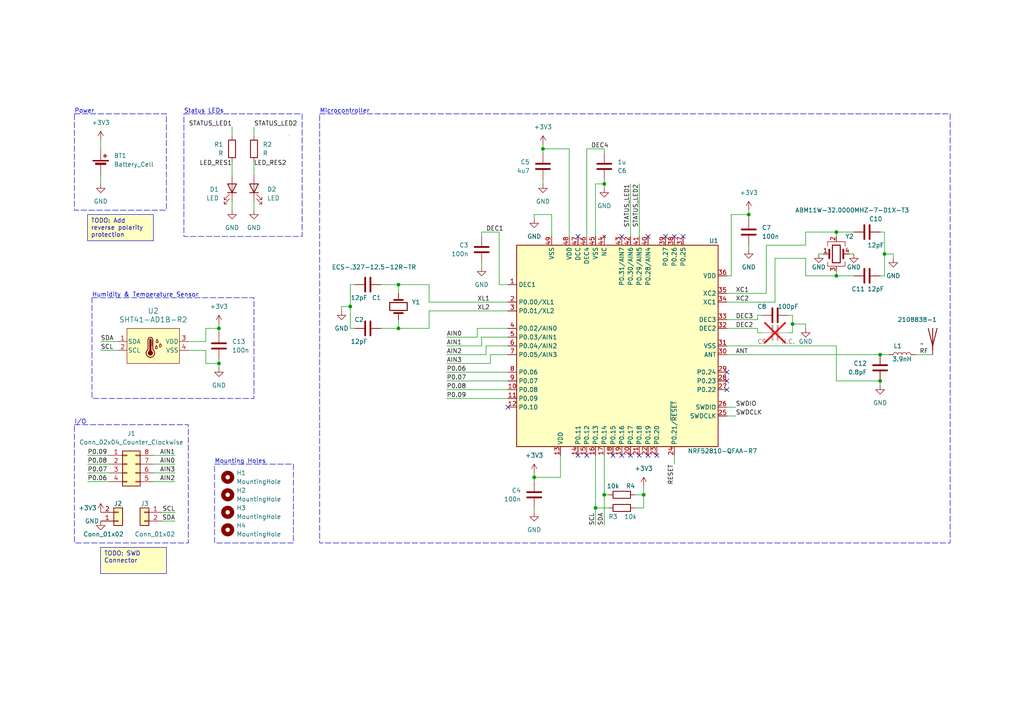
<source format=kicad_sch>
(kicad_sch (version 20230121) (generator eeschema)
  (paper "A4")
  (lib_symbols
    (symbol "Connector_Generic:Conn_01x02" (pin_names (offset 1.016) hide)
      (property "Reference" "J" (at 0 2.54 0))
      (property "Value" "Conn_01x02" (at 0 -5.08 0))
      (symbol "Conn_01x02_1_1"
        (rectangle (start -1.27 -2.413) (end 0 -2.667) (stroke (width 0.1524)))
        (rectangle (start -1.27 0.127) (end 0 -0.127) (stroke (width 0.1524)))
        (rectangle (start -1.27 1.27) (end 1.27 -3.81) (stroke (width 0.254)) (fill (type background)))
        (pin passive line (at -5.08 0 0) (length 3.81) (name "Pin_1") (number "1"))
        (pin passive line (at -5.08 -2.54 0) (length 3.81) (name "Pin_2") (number "2"))
      )
    )
    (symbol "Connector_Generic:Conn_02x04_Counter_Clockwise" (pin_names (offset 1.016) hide)
      (property "Reference" "J" (at 1.27 5.08 0))
      (property "Value" "Conn_02x04_Counter_Clockwise" (at 1.27 -7.62 0))
      (symbol "Conn_02x04_Counter_Clockwise_1_1"
        (rectangle (start -1.27 -4.953) (end 0 -5.207) (stroke (width 0.1524)))
        (rectangle (start -1.27 -2.413) (end 0 -2.667) (stroke (width 0.1524)))
        (rectangle (start -1.27 0.127) (end 0 -0.127) (stroke (width 0.1524)))
        (rectangle (start -1.27 2.667) (end 0 2.413) (stroke (width 0.1524)))
        (rectangle (start -1.27 3.81) (end 3.81 -6.35) (stroke (width 0.254)) (fill (type background)))
        (rectangle (start 3.81 -4.953) (end 2.54 -5.207) (stroke (width 0.1524)))
        (rectangle (start 3.81 -2.413) (end 2.54 -2.667) (stroke (width 0.1524)))
        (rectangle (start 3.81 0.127) (end 2.54 -0.127) (stroke (width 0.1524)))
        (rectangle (start 3.81 2.667) (end 2.54 2.413) (stroke (width 0.1524)))
        (pin passive line (at -5.08 2.54 0) (length 3.81) (name "Pin_1") (number "1"))
        (pin passive line (at -5.08 0 0) (length 3.81) (name "Pin_2") (number "2"))
        (pin passive line (at -5.08 -2.54 0) (length 3.81) (name "Pin_3") (number "3"))
        (pin passive line (at -5.08 -5.08 0) (length 3.81) (name "Pin_4") (number "4"))
        (pin passive line (at 7.62 -5.08 180) (length 3.81) (name "Pin_5") (number "5"))
        (pin passive line (at 7.62 -2.54 180) (length 3.81) (name "Pin_6") (number "6"))
        (pin passive line (at 7.62 0 180) (length 3.81) (name "Pin_7") (number "7"))
        (pin passive line (at 7.62 2.54 180) (length 3.81) (name "Pin_8") (number "8"))
      )
    )
    (symbol "Device:Antenna" (pin_numbers hide) (pin_names (offset 1.016) hide)
      (property "Reference" "AE" (at -1.905 1.905 0))
      (property "Value" "Antenna" (at -1.905 0 0))
      (symbol "Antenna_0_1"
        (polyline (pts (xy 0 2.54) (xy 0 -3.81)) (stroke (width 0.254)))
        (polyline (pts (xy 1.27 2.54) (xy 0 -2.54) (xy -1.27 2.54)) (stroke (width 0.254)))
      )
      (symbol "Antenna_1_1"
        (pin input line (at 0 -5.08 90) (length 2.54) (name "A") (number "1"))
      )
    )
    (symbol "Device:Battery_Cell" (pin_numbers hide) (pin_names (offset 0) hide)
      (property "Reference" "BT" (at 2.54 2.54 0))
      (property "Value" "Battery_Cell" (at 2.54 0 0))
      (symbol "Battery_Cell_0_1"
        (rectangle (start -2.286 1.778) (end 2.286 1.524) (fill (type outline)))
        (rectangle (start -1.524 1.016) (end 1.524 0.508) (fill (type outline)))
        (polyline (pts (xy 0 0.762) (xy 0 0)))
        (polyline (pts (xy 0 1.778) (xy 0 2.54)))
        (polyline (pts (xy 0.762 3.048) (xy 1.778 3.048)) (stroke (width 0.254)))
        (polyline (pts (xy 1.27 3.556) (xy 1.27 2.54)) (stroke (width 0.254)))
      )
      (symbol "Battery_Cell_1_1"
        (pin passive line (at 0 5.08 270) (length 2.54) (name "+") (number "1"))
        (pin passive line (at 0 -2.54 90) (length 2.54) (name "-") (number "2"))
      )
    )
    (symbol "Device:C" (pin_numbers hide) (pin_names (offset 0.254))
      (property "Reference" "C" (at 0.635 2.54 0))
      (property "Value" "C" (at 0.635 -2.54 0))
      (symbol "C_0_1"
        (polyline (pts (xy -2.032 -0.762) (xy 2.032 -0.762)) (stroke (width 0.508)))
        (polyline (pts (xy -2.032 0.762) (xy 2.032 0.762)) (stroke (width 0.508)))
      )
      (symbol "C_1_1"
        (pin passive line (at 0 3.81 270) (length 2.794) (name "~") (number "1"))
        (pin passive line (at 0 -3.81 90) (length 2.794) (name "~") (number "2"))
      )
    )
    (symbol "Device:Crystal" (pin_numbers hide) (pin_names (offset 1.016) hide)
      (property "Reference" "Y" (at 0 3.81 0))
      (property "Value" "Crystal" (at 0 -3.81 0))
      (symbol "Crystal_0_1"
        (rectangle (start -1.143 2.54) (end 1.143 -2.54) (stroke (width 0.3048)))
        (polyline (pts (xy -2.54 0) (xy -1.905 0)))
        (polyline (pts (xy -1.905 -1.27) (xy -1.905 1.27)) (stroke (width 0.508)))
        (polyline (pts (xy 1.905 -1.27) (xy 1.905 1.27)) (stroke (width 0.508)))
        (polyline (pts (xy 2.54 0) (xy 1.905 0)))
      )
      (symbol "Crystal_1_1"
        (pin passive line (at -3.81 0 0) (length 1.27) (name "1") (number "1"))
        (pin passive line (at 3.81 0 180) (length 1.27) (name "2") (number "2"))
      )
    )
    (symbol "Device:Crystal_GND23" (pin_names (offset 1.016) hide)
      (property "Reference" "Y" (at 3.175 5.08 0))
      (property "Value" "Crystal_GND23" (at 3.175 3.175 0))
      (symbol "Crystal_GND23_0_1"
        (rectangle (start -1.143 2.54) (end 1.143 -2.54) (stroke (width 0.3048)))
        (polyline (pts (xy -2.54 0) (xy -2.032 0)))
        (polyline (pts (xy -2.032 -1.27) (xy -2.032 1.27)) (stroke (width 0.508)))
        (polyline (pts (xy 0 -3.81) (xy 0 -3.556)))
        (polyline (pts (xy 0 3.556) (xy 0 3.81)))
        (polyline (pts (xy 2.032 -1.27) (xy 2.032 1.27)) (stroke (width 0.508)))
        (polyline (pts (xy 2.032 0) (xy 2.54 0)))
        (polyline (pts (xy -2.54 -2.286) (xy -2.54 -3.556) (xy 2.54 -3.556) (xy 2.54 -2.286)))
        (polyline (pts (xy -2.54 2.286) (xy -2.54 3.556) (xy 2.54 3.556) (xy 2.54 2.286)))
      )
      (symbol "Crystal_GND23_1_1"
        (pin passive line (at -3.81 0 0) (length 1.27) (name "1") (number "1"))
        (pin passive line (at 0 5.08 270) (length 1.27) (name "2") (number "2"))
        (pin passive line (at 0 -5.08 90) (length 1.27) (name "3") (number "3"))
        (pin passive line (at 3.81 0 180) (length 1.27) (name "4") (number "4"))
      )
    )
    (symbol "Device:L" (pin_numbers hide) (pin_names (offset 1.016) hide)
      (property "Reference" "L" (at -1.27 0 90))
      (property "Value" "L" (at 1.905 0 90))
      (symbol "L_0_1"
        (arc (start 0 -2.54) (mid 0.6323 -1.905) (end 0 -1.27))
        (arc (start 0 -1.27) (mid 0.6323 -0.635) (end 0 0))
        (arc (start 0 0) (mid 0.6323 0.635) (end 0 1.27))
        (arc (start 0 1.27) (mid 0.6323 1.905) (end 0 2.54))
      )
      (symbol "L_1_1"
        (pin passive line (at 0 3.81 270) (length 1.27) (name "1") (number "1"))
        (pin passive line (at 0 -3.81 90) (length 1.27) (name "2") (number "2"))
      )
    )
    (symbol "Device:LED" (pin_numbers hide) (pin_names (offset 1.016) hide)
      (property "Reference" "D" (at 0 2.54 0))
      (property "Value" "LED" (at 0 -2.54 0))
      (symbol "LED_0_1"
        (polyline (pts (xy -1.27 -1.27) (xy -1.27 1.27)) (stroke (width 0.254)))
        (polyline (pts (xy -1.27 0) (xy 1.27 0)))
        (polyline (pts (xy 1.27 -1.27) (xy 1.27 1.27) (xy -1.27 0) (xy 1.27 -1.27)) (stroke (width 0.254)))
        (polyline (pts (xy -3.048 -0.762) (xy -4.572 -2.286) (xy -3.81 -2.286) (xy -4.572 -2.286) (xy -4.572 -1.524)))
        (polyline (pts (xy -1.778 -0.762) (xy -3.302 -2.286) (xy -2.54 -2.286) (xy -3.302 -2.286) (xy -3.302 -1.524)))
      )
      (symbol "LED_1_1"
        (pin passive line (at -3.81 0 0) (length 2.54) (name "K") (number "1"))
        (pin passive line (at 3.81 0 180) (length 2.54) (name "A") (number "2"))
      )
    )
    (symbol "Device:R" (pin_numbers hide) (pin_names (offset 0))
      (property "Reference" "R" (at 2.032 0 90))
      (property "Value" "R" (at 0 0 90))
      (symbol "R_0_1"
        (rectangle (start -1.016 -2.54) (end 1.016 2.54) (stroke (width 0.254)))
      )
      (symbol "R_1_1"
        (pin passive line (at 0 3.81 270) (length 1.27) (name "~") (number "1"))
        (pin passive line (at 0 -3.81 90) (length 1.27) (name "~") (number "2"))
      )
    )
    (symbol "Mechanical:MountingHole" (pin_names (offset 1.016))
      (property "Reference" "H" (at 0 5.08 0))
      (property "Value" "MountingHole" (at 0 3.175 0))
      (symbol "MountingHole_0_1"
        (circle (center 0 0) (radius 1.27) (stroke (width 1.27)))
      )
    )
    (symbol "encyclopedia_galactica:NRF52810-QFAA-R7"
      (property "Reference" "U" (at 0 54.61 0))
      (property "Value" "NRF52810-QFAA-R7" (at 0 52.07 0))
      (symbol "NRF52810-QFAA-R7_0_1"
        (rectangle (start -29.21 29.21) (end 29.21 -29.21) (stroke (width 0.254)) (fill (type background)))
      )
      (symbol "NRF52810-QFAA-R7_1_1"
        (pin passive line (at -31.75 17.78 0) (length 2.54) (name "DEC1") (number "1"))
        (pin bidirectional line (at -31.75 -12.7 0) (length 2.54) (name "P0.08") (number "10"))
        (pin bidirectional line (at -31.75 -15.24 0) (length 2.54) (name "P0.09") (number "11"))
        (pin bidirectional line (at -31.75 -17.78 0) (length 2.54) (name "P0.10") (number "12"))
        (pin power_in line (at -16.51 -31.75 90) (length 2.54) (name "VDD") (number "13"))
        (pin bidirectional line (at -11.43 -31.75 90) (length 2.54) (name "P0.11") (number "14"))
        (pin bidirectional line (at -8.89 -31.75 90) (length 2.54) (name "P0.12") (number "15"))
        (pin bidirectional line (at -6.35 -31.75 90) (length 2.54) (name "P0.13") (number "16"))
        (pin bidirectional line (at -3.81 -31.75 90) (length 2.54) (name "P0.14") (number "17"))
        (pin bidirectional line (at -1.27 -31.75 90) (length 2.54) (name "P0.15") (number "18"))
        (pin bidirectional line (at 1.27 -31.75 90) (length 2.54) (name "P0.16") (number "19"))
        (pin bidirectional line (at -31.75 12.7 0) (length 2.54) (name "P0.00/XL1") (number "2"))
        (pin bidirectional line (at 3.81 -31.75 90) (length 2.54) (name "P0.17") (number "20"))
        (pin bidirectional line (at 6.35 -31.75 90) (length 2.54) (name "P0.18") (number "21"))
        (pin bidirectional line (at 8.89 -31.75 90) (length 2.54) (name "P0.19") (number "22"))
        (pin bidirectional line (at 11.43 -31.75 90) (length 2.54) (name "P0.20") (number "23"))
        (pin bidirectional line (at 16.51 -31.75 90) (length 2.54) (name "P0.21/~{RESET}") (number "24"))
        (pin input line (at 31.75 -20.32 180) (length 2.54) (name "SWDCLK") (number "25"))
        (pin bidirectional line (at 31.75 -17.78 180) (length 2.54) (name "SWDIO") (number "26"))
        (pin bidirectional line (at 31.75 -12.7 180) (length 2.54) (name "P0.22") (number "27"))
        (pin bidirectional line (at 31.75 -10.16 180) (length 2.54) (name "P0.23") (number "28"))
        (pin bidirectional line (at 31.75 -7.62 180) (length 2.54) (name "P0.24") (number "29"))
        (pin bidirectional line (at -31.75 10.16 0) (length 2.54) (name "P0.01/XL2") (number "3"))
        (pin passive line (at 31.75 -2.54 180) (length 2.54) (name "ANT") (number "30"))
        (pin power_in line (at 31.75 0 180) (length 2.54) (name "VSS") (number "31"))
        (pin passive line (at 31.75 5.08 180) (length 2.54) (name "DEC2") (number "32"))
        (pin passive line (at 31.75 7.62 180) (length 2.54) (name "DEC3") (number "33"))
        (pin input line (at 31.75 12.7 180) (length 2.54) (name "XC1") (number "34"))
        (pin input line (at 31.75 15.24 180) (length 2.54) (name "XC2") (number "35"))
        (pin passive line (at 31.75 20.32 180) (length 2.54) (name "VDD") (number "36"))
        (pin bidirectional line (at 19.05 31.75 270) (length 2.54) (name "P0.25") (number "37"))
        (pin bidirectional line (at 16.51 31.75 270) (length 2.54) (name "P0.26") (number "38"))
        (pin bidirectional line (at 13.97 31.75 270) (length 2.54) (name "P0.27") (number "39"))
        (pin bidirectional line (at -31.75 5.08 0) (length 2.54) (name "P0.02/AIN0") (number "4"))
        (pin bidirectional line (at 8.89 31.75 270) (length 2.54) (name "P0.28/AIN4") (number "40"))
        (pin bidirectional line (at 6.35 31.75 270) (length 2.54) (name "P0.29/AIN5") (number "41"))
        (pin bidirectional line (at 3.81 31.75 270) (length 2.54) (name "P0.30/AIN6") (number "42"))
        (pin bidirectional line (at 1.27 31.75 270) (length 2.54) (name "P0.31/AIN7") (number "43"))
        (pin no_connect line (at -3.81 31.75 270) (length 2.54) (name "NC") (number "44"))
        (pin passive line (at -6.35 31.75 270) (length 2.54) (name "VSS") (number "45"))
        (pin passive line (at -8.89 31.75 270) (length 2.54) (name "DEC4") (number "46"))
        (pin power_out line (at -11.43 31.75 270) (length 2.54) (name "DCC") (number "47"))
        (pin passive line (at -13.97 31.75 270) (length 2.54) (name "VDD") (number "48"))
        (pin passive line (at -19.05 31.75 270) (length 2.54) (name "VSS") (number "49"))
        (pin bidirectional line (at -31.75 2.54 0) (length 2.54) (name "P0.03/AIN1") (number "5"))
        (pin bidirectional line (at -31.75 0 0) (length 2.54) (name "P0.04/AIN2") (number "6"))
        (pin bidirectional line (at -31.75 -2.54 0) (length 2.54) (name "P0.05/AIN3") (number "7"))
        (pin bidirectional line (at -31.75 -7.62 0) (length 2.54) (name "P0.06") (number "8"))
        (pin bidirectional line (at -31.75 -10.16 0) (length 2.54) (name "P0.07") (number "9"))
      )
    )
    (symbol "encyclopedia_galactica:SHT41-AD1B-R2" (pin_names (offset 0.254))
      (property "Reference" "U" (at 0 13.97 0))
      (property "Value" "SHT41-AD1B-R2" (at 0 11.43 0))
      (symbol "SHT41-AD1B-R2_0_0"
        (polyline (pts (xy -0.7782 -2.7679) (xy -0.7538 -2.7614) (xy -0.6273 -2.7452) (xy -0.5713 -2.733) (xy -0.4386 -2.65) (xy -0.3005 -2.5149) (xy -0.1862 -2.3589) (xy -0.1253 -2.2133) (xy -0.1122 -1.9777) (xy -0.1841 -1.7536) (xy -0.3553 -1.5359) (xy -0.5465 -1.3446) (xy -0.5465 0.2882) (xy -0.5465 1.9209) (xy -0.6855 2.012) (xy -0.7691 2.0613) (xy -0.8546 2.0708) (xy -0.9634 2.012) (xy -1.1023 1.9209) (xy -1.1023 0.2767) (xy -1.1023 -1.3675) (xy -1.2424 -1.4777) (xy -1.2888 -1.5171) (xy -1.4497 -1.7284) (xy -1.5229 -1.9679) (xy -1.5126 -2.2124) (xy -1.4228 -2.4384) (xy -1.2576 -2.6226) (xy -1.0211 -2.7416) (xy -0.8813 -2.7694) (xy -0.7782 -2.7679)) (stroke (width 0.01)) (fill (type outline)))
        (polyline (pts (xy 2.1727 -0.3391) (xy 2.3119 -0.2679) (xy 2.3683 -0.175) (xy 2.3992 -0.0278) (xy 2.3871 0.0546) (xy 2.337 0.2108) (xy 2.2619 0.3868) (xy 2.177 0.5511) (xy 2.0973 0.6727) (xy 2.0379 0.7202) (xy 1.9994 0.6955) (xy 1.9245 0.5928) (xy 1.8393 0.4391) (xy 1.7593 0.2658) (xy 1.6999 0.1045) (xy 1.6767 -0.0135) (xy 1.6805 -0.0349) (xy 1.7878 -0.0349) (xy 1.7977 0.0177) (xy 1.8421 0.1542) (xy 1.9103 0.3256) (xy 2.0328 0.6103) (xy 2.1597 0.3359) (xy 2.2226 0.1922) (xy 2.2764 0.0231) (xy 2.275 -0.0919) (xy 2.2213 -0.1774) (xy 2.1655 -0.214) (xy 2.0379 -0.2441) (xy 1.9584 -0.2324) (xy 1.8367 -0.1559) (xy 1.7878 -0.0349) (xy 1.6805 -0.0349) (xy 1.6952 -0.1171) (xy 1.7686 -0.2536) (xy 1.8305 -0.3015) (xy 1.9945 -0.3498) (xy 2.1727 -0.3391)) (stroke (width 0.01)) (fill (type outline)))
        (polyline (pts (xy 1.2779 0.8852) (xy 1.3876 0.9342) (xy 1.439 1.0346) (xy 1.4494 1.2197) (xy 1.4056 1.4476) (xy 1.3104 1.6903) (xy 1.2438 1.815) (xy 1.1682 1.9333) (xy 1.1209 1.9791) (xy 1.087 1.9506) (xy 1.016 1.8457) (xy 0.9313 1.6903) (xy 0.8493 1.4902) (xy 0.7962 1.2577) (xy 0.7964 1.2083) (xy 0.8985 1.2083) (xy 0.907 1.2863) (xy 0.947 1.4367) (xy 1.0063 1.5899) (xy 1.0699 1.7089) (xy 1.1227 1.7568) (xy 1.1687 1.7194) (xy 1.2295 1.6057) (xy 1.286 1.4514) (xy 1.3252 1.2933) (xy 1.3338 1.1679) (xy 1.3235 1.1054) (xy 1.2709 1.0212) (xy 1.1467 0.9899) (xy 1.1356 0.9889) (xy 0.987 0.994) (xy 0.9164 1.0597) (xy 0.8985 1.2083) (xy 0.7964 1.2083) (xy 0.7968 1.063) (xy 0.8541 0.9342) (xy 0.9555 0.8871) (xy 1.116 0.8695) (xy 1.2779 0.8852)) (stroke (width 0.01)) (fill (type outline)))
        (polyline (pts (xy 1.1245 -0.8535) (xy 1.1312 -0.8498) (xy 1.2085 -0.7577) (xy 1.2315 -0.5895) (xy 1.2238 -0.507) (xy 1.1823 -0.3342) (xy 1.116 -0.1464) (xy 1.038 0.0259) (xy 0.9612 0.1517) (xy 0.8985 0.2005) (xy 0.864 0.1827) (xy 0.7914 0.0847) (xy 0.7123 -0.0722) (xy 0.6397 -0.2572) (xy 0.5864 -0.4397) (xy 0.5682 -0.5702) (xy 0.6762 -0.5702) (xy 0.6847 -0.4923) (xy 0.7246 -0.3419) (xy 0.784 -0.1887) (xy 0.8476 -0.0697) (xy 0.9004 -0.0218) (xy 0.9464 -0.0591) (xy 1.0072 -0.1728) (xy 1.0637 -0.3271) (xy 1.1029 -0.4853) (xy 1.1115 -0.6106) (xy 1.1012 -0.6731) (xy 1.0485 -0.7574) (xy 0.9243 -0.7887) (xy 0.9133 -0.7897) (xy 0.7647 -0.7846) (xy 0.6941 -0.7188) (xy 0.6762 -0.5702) (xy 0.5682 -0.5702) (xy 0.5656 -0.5887) (xy 0.5845 -0.7427) (xy 0.6623 -0.851) (xy 0.7257 -0.88) (xy 0.9286 -0.906) (xy 1.1245 -0.8535)) (stroke (width 0.01)) (fill (type outline)))
        (polyline (pts (xy -0.5545 -3.3797) (xy -0.2175 -3.2426) (xy 0.0945 -2.9972) (xy 0.1243 -2.9669) (xy 0.3463 -2.6832) (xy 0.4707 -2.3844) (xy 0.5089 -2.044) (xy 0.476 -1.8294) (xy 0.3828 -1.5698) (xy 0.2505 -1.3237) (xy 0.1 -1.1376) (xy -0.0463 -1.0029) (xy -0.0464 0.4742) (xy -0.0467 0.7893) (xy -0.0488 1.1761) (xy -0.0534 1.4752) (xy -0.0614 1.7005) (xy -0.0736 1.8661) (xy -0.0909 1.986) (xy -0.1139 2.0742) (xy -0.1437 2.1447) (xy -0.2598 2.3183) (xy -0.4689 2.4887) (xy -0.7142 2.5745) (xy -0.9722 2.5687) (xy -1.2192 2.4643) (xy -1.2384 2.4513) (xy -1.3421 2.3751) (xy -1.424 2.294) (xy -1.4867 2.1948) (xy -1.5327 2.0641) (xy -1.5646 1.8887) (xy -1.585 1.6553) (xy -1.5964 1.3506) (xy -1.6014 0.9613) (xy -1.6025 0.4742) (xy -1.6026 -1.0029) (xy -1.7489 -1.1376) (xy -1.8907 -1.3105) (xy -2.0247 -1.5544) (xy -2.1208 -1.8145) (xy -2.1578 -2.044) (xy -2.1575 -2.0827) (xy -2.138 -2.2218) (xy -1.9808 -2.2218) (xy -1.9707 -1.897) (xy -1.8626 -1.5804) (xy -1.6554 -1.2905) (xy -1.4358 -1.0597) (xy -1.4358 0.4346) (xy -1.4358 0.4797) (xy -1.4346 0.9365) (xy -1.4309 1.2963) (xy -1.424 1.572) (xy -1.4133 1.7764) (xy -1.398 1.9226) (xy -1.3777 2.0235) (xy -1.3515 2.0921) (xy -1.3513 2.0925) (xy -1.216 2.2564) (xy -1.0244 2.3768) (xy -0.8244 2.4237) (xy -0.7891 2.4224) (xy -0.5709 2.3561) (xy -0.3871 2.2073) (xy -0.2603 2.0002) (xy -0.2131 1.7595) (xy -0.2144 1.7118) (xy -0.2434 1.6157) (xy -0.3242 1.59) (xy -0.389 1.5745) (xy -0.4354 1.5066) (xy -0.4147 1.458) (xy -0.3242 1.4233) (xy -0.2391 1.3933) (xy -0.2131 1.2843) (xy -0.237 1.1779) (xy -0.3242 1.1454) (xy -0.389 1.1299) (xy -0.4354 1.062) (xy -0.4147 1.0134) (xy -0.3242 0.9786) (xy -0.2391 0.9486) (xy -0.2131 0.8397) (xy -0.237 0.7333) (xy -0.3242 0.7007) (xy -0.389 0.6853) (xy -0.4354 0.6174) (xy -0.4147 0.5687) (xy -0.3242 0.534) (xy -0.2391 0.504) (xy -0.2131 0.395) (xy -0.237 0.2887) (xy -0.3242 0.2561) (xy -0.389 0.2406) (xy -0.4354 0.1727) (xy -0.4147 0.1241) (xy -0.3242 0.0894) (xy -0.3128 0.0892) (xy -0.2667 0.0778) (xy -0.2375 0.0345) (xy -0.2213 -0.0606) (xy -0.2145 -0.2272) (xy -0.2131 -0.4852) (xy -0.2131 -1.0597) (xy 0.0065 -1.2905) (xy 0.1132 -1.418) (xy 0.2758 -1.7239) (xy 0.3386 -2.0486) (xy 0.3025 -2.3736) (xy 0.168 -2.6806) (xy -0.0639 -2.9511) (xy -0.1168 -2.9941) (xy -0.3007 -3.1115) (xy -0.4755 -3.1865) (xy -0.586 -3.2131) (xy -0.9384 -3.2355) (xy -1.2628 -3.1514) (xy -1.568 -2.9592) (xy -1.7106 -2.8208) (xy -1.8938 -2.5359) (xy -1.9808 -2.2218) (xy -2.138 -2.2218) (xy -2.1106 -2.4174) (xy -1.9764 -2.7137) (xy -1.7434 -2.9978) (xy -1.5826 -3.142) (xy -1.4085 -3.2682) (xy -1.2691 -3.3395) (xy -0.9161 -3.4084) (xy -0.5545 -3.3797)) (stroke (width 0.01)) (fill (type outline)))
      )
      (symbol "SHT41-AD1B-R2_1_1"
        (rectangle (start -7.62 5.08) (end 7.62 -5.08) (fill (type background)))
        (pin bidirectional line (at -10.16 1.27 0) (length 2.54) (name "SDA") (number "1"))
        (pin input line (at -10.16 -1.27 0) (length 2.54) (name "SCL") (number "2"))
        (pin power_in line (at 10.16 1.27 180) (length 2.54) (name "VDD") (number "3"))
        (pin power_out line (at 10.16 -1.27 180) (length 2.54) (name "VSS") (number "4"))
      )
    )
    (symbol "power:+3V3" (power) (pin_names (offset 0))
      (property "Value" "+3V3" (at 0 3.556 0))
      (symbol "+3V3_0_1"
        (polyline (pts (xy -0.762 1.27) (xy 0 2.54)))
        (polyline (pts (xy 0 0) (xy 0 2.54)))
        (polyline (pts (xy 0 2.54) (xy 0.762 1.27)))
      )
      (symbol "+3V3_1_1"
        (pin power_in line (at 0 0 90) (length 0) hide (name "+3V3") (number "1"))
      )
    )
    (symbol "power:GND" (power) (pin_names (offset 0))
      (property "Value" "GND" (at 0 -3.81 0))
      (symbol "GND_0_1"
        (polyline (pts (xy 0 0) (xy 0 -1.27) (xy 1.27 -1.27) (xy 0 -2.54) (xy -1.27 -1.27) (xy 0 -1.27)))
      )
      (symbol "GND_1_1"
        (pin power_in line (at 0 0 270) (length 0) hide (name "GND") (number "1"))
      )
    )
  )
  (junction (at 242.57 67.31))
  (junction (at 175.26 143.51))
  (junction (at 255.27 110.49))
  (junction (at 175.26 53.34))
  (junction (at 186.69 143.51))
  (junction (at 255.27 102.87))
  (junction (at 115.57 95.25))
  (junction (at 63.5 105.41))
  (junction (at 154.94 138.43))
  (junction (at 217.17 62.23))
  (junction (at 242.57 80.01))
  (junction (at 101.6 88.9))
  (junction (at 229.87 93.98))
  (junction (at 115.57 82.55))
  (junction (at 63.5 95.25))
  (junction (at 256.54 73.66))
  (junction (at 157.48 43.18))
  (junction (at 172.72 147.32))
  (no_connect (at 182.88 132.08))
  (no_connect (at 147.32 118.11))
  (no_connect (at 210.82 113.03))
  (no_connect (at 210.82 110.49))
  (no_connect (at 167.64 132.08))
  (no_connect (at 180.34 132.08))
  (no_connect (at 170.18 132.08))
  (no_connect (at 177.8 132.08))
  (no_connect (at 190.5 132.08))
  (no_connect (at 187.96 68.58))
  (no_connect (at 185.42 132.08))
  (no_connect (at 180.34 68.58))
  (no_connect (at 187.96 132.08))
  (no_connect (at 195.58 68.58))
  (no_connect (at 193.04 68.58))
  (no_connect (at 210.82 107.95))
  (no_connect (at 198.12 68.58))
  (no_connect (at 167.64 68.58))
  (wire (pts (xy 129.54 100.33) (xy 139.7 100.33)))
  (wire (pts (xy 139.7 76.2) (xy 139.7 77.47)))
  (wire (pts (xy 101.6 95.25) (xy 101.6 88.9)))
  (wire (pts (xy 175.26 52.07) (xy 175.26 53.34)))
  (wire (pts (xy 242.57 80.01) (xy 242.57 78.74)))
  (wire (pts (xy 212.09 80.01) (xy 210.82 80.01)))
  (wire (pts (xy 29.21 101.6) (xy 34.29 101.6)))
  (wire (pts (xy 147.32 97.79) (xy 139.7 97.79)))
  (wire (pts (xy 222.25 71.12) (xy 222.25 85.09)))
  (wire (pts (xy 157.48 52.07) (xy 157.48 53.34)))
  (wire (pts (xy 129.54 115.57) (xy 147.32 115.57)))
  (wire (pts (xy 233.68 93.98) (xy 229.87 93.98)))
  (wire (pts (xy 184.15 143.51) (xy 186.69 143.51)))
  (wire (pts (xy 224.79 74.93) (xy 233.68 74.93)))
  (wire (pts (xy 63.5 93.98) (xy 63.5 95.25)))
  (wire (pts (xy 115.57 82.55) (xy 115.57 85.09)))
  (wire (pts (xy 124.46 82.55) (xy 124.46 87.63)))
  (wire (pts (xy 265.43 102.87) (xy 270.51 102.87)))
  (wire (pts (xy 29.21 50.8) (xy 29.21 53.34)))
  (wire (pts (xy 172.72 147.32) (xy 176.53 147.32)))
  (wire (pts (xy 182.88 53.34) (xy 182.88 68.58)))
  (wire (pts (xy 140.97 100.33) (xy 140.97 102.87)))
  (wire (pts (xy 44.45 137.16) (xy 50.8 137.16)))
  (wire (pts (xy 59.69 95.25) (xy 63.5 95.25)))
  (wire (pts (xy 175.26 143.51) (xy 175.26 152.4)))
  (wire (pts (xy 256.54 80.01) (xy 256.54 73.66)))
  (wire (pts (xy 220.98 96.52) (xy 219.71 96.52)))
  (wire (pts (xy 185.42 53.34) (xy 185.42 68.58)))
  (wire (pts (xy 67.31 36.83) (xy 67.31 39.37)))
  (wire (pts (xy 175.26 143.51) (xy 176.53 143.51)))
  (wire (pts (xy 102.87 95.25) (xy 101.6 95.25)))
  (wire (pts (xy 154.94 147.32) (xy 154.94 148.59)))
  (wire (pts (xy 129.54 102.87) (xy 140.97 102.87)))
  (wire (pts (xy 129.54 107.95) (xy 147.32 107.95)))
  (wire (pts (xy 129.54 110.49) (xy 147.32 110.49)))
  (wire (pts (xy 139.7 68.58) (xy 139.7 67.31)))
  (wire (pts (xy 29.21 40.64) (xy 29.21 43.18)))
  (wire (pts (xy 154.94 138.43) (xy 162.56 138.43)))
  (wire (pts (xy 144.78 82.55) (xy 144.78 67.31)))
  (wire (pts (xy 144.78 67.31) (xy 139.7 67.31)))
  (wire (pts (xy 172.72 147.32) (xy 172.72 152.4)))
  (wire (pts (xy 147.32 95.25) (xy 138.43 95.25)))
  (wire (pts (xy 233.68 95.25) (xy 233.68 93.98)))
  (wire (pts (xy 255.27 102.87) (xy 257.81 102.87)))
  (wire (pts (xy 229.87 93.98) (xy 229.87 96.52)))
  (wire (pts (xy 59.69 99.06) (xy 59.69 95.25)))
  (wire (pts (xy 44.45 139.7) (xy 50.8 139.7)))
  (wire (pts (xy 217.17 60.96) (xy 217.17 62.23)))
  (wire (pts (xy 63.5 95.25) (xy 63.5 96.52)))
  (wire (pts (xy 242.57 67.31) (xy 233.68 67.31)))
  (wire (pts (xy 238.76 73.66) (xy 237.49 73.66)))
  (wire (pts (xy 170.18 43.18) (xy 170.18 68.58)))
  (wire (pts (xy 129.54 113.03) (xy 147.32 113.03)))
  (wire (pts (xy 220.98 91.44) (xy 219.71 91.44)))
  (wire (pts (xy 154.94 138.43) (xy 154.94 139.7)))
  (wire (pts (xy 165.1 43.18) (xy 157.48 43.18)))
  (wire (pts (xy 228.6 91.44) (xy 229.87 91.44)))
  (wire (pts (xy 25.4 134.62) (xy 31.75 134.62)))
  (wire (pts (xy 154.94 137.16) (xy 154.94 138.43)))
  (wire (pts (xy 210.82 100.33) (xy 242.57 100.33)))
  (wire (pts (xy 99.06 90.17) (xy 99.06 88.9)))
  (wire (pts (xy 210.82 102.87) (xy 255.27 102.87)))
  (wire (pts (xy 110.49 82.55) (xy 115.57 82.55)))
  (wire (pts (xy 142.24 102.87) (xy 142.24 105.41)))
  (wire (pts (xy 139.7 97.79) (xy 139.7 100.33)))
  (wire (pts (xy 157.48 41.91) (xy 157.48 43.18)))
  (wire (pts (xy 25.4 137.16) (xy 31.75 137.16)))
  (wire (pts (xy 165.1 68.58) (xy 165.1 43.18)))
  (wire (pts (xy 172.72 132.08) (xy 172.72 147.32)))
  (wire (pts (xy 224.79 74.93) (xy 224.79 87.63)))
  (wire (pts (xy 184.15 147.32) (xy 186.69 147.32)))
  (wire (pts (xy 186.69 143.51) (xy 186.69 140.97)))
  (wire (pts (xy 175.26 132.08) (xy 175.26 143.51)))
  (wire (pts (xy 242.57 67.31) (xy 242.57 68.58)))
  (wire (pts (xy 256.54 67.31) (xy 255.27 67.31)))
  (wire (pts (xy 233.68 80.01) (xy 242.57 80.01)))
  (wire (pts (xy 73.66 58.42) (xy 73.66 60.96)))
  (wire (pts (xy 195.58 132.08) (xy 195.58 134.62)))
  (wire (pts (xy 242.57 100.33) (xy 242.57 110.49)))
  (wire (pts (xy 247.65 73.66) (xy 246.38 73.66)))
  (wire (pts (xy 217.17 62.23) (xy 217.17 63.5)))
  (wire (pts (xy 50.8 148.59) (xy 46.99 148.59)))
  (wire (pts (xy 138.43 95.25) (xy 138.43 97.79)))
  (wire (pts (xy 242.57 110.49) (xy 255.27 110.49)))
  (wire (pts (xy 115.57 95.25) (xy 124.46 95.25)))
  (wire (pts (xy 25.4 132.08) (xy 31.75 132.08)))
  (wire (pts (xy 210.82 95.25) (xy 219.71 95.25)))
  (wire (pts (xy 50.8 151.13) (xy 46.99 151.13)))
  (wire (pts (xy 217.17 71.12) (xy 217.17 72.39)))
  (wire (pts (xy 25.4 139.7) (xy 31.75 139.7)))
  (wire (pts (xy 63.5 105.41) (xy 63.5 106.68)))
  (wire (pts (xy 157.48 43.18) (xy 157.48 44.45)))
  (wire (pts (xy 259.08 74.93) (xy 259.08 73.66)))
  (wire (pts (xy 124.46 87.63) (xy 147.32 87.63)))
  (wire (pts (xy 124.46 90.17) (xy 147.32 90.17)))
  (wire (pts (xy 67.31 58.42) (xy 67.31 60.96)))
  (wire (pts (xy 160.02 62.23) (xy 154.94 62.23)))
  (wire (pts (xy 67.31 46.99) (xy 67.31 50.8)))
  (wire (pts (xy 44.45 132.08) (xy 50.8 132.08)))
  (wire (pts (xy 115.57 82.55) (xy 124.46 82.55)))
  (wire (pts (xy 210.82 92.71) (xy 219.71 92.71)))
  (wire (pts (xy 212.09 62.23) (xy 217.17 62.23)))
  (wire (pts (xy 175.26 43.18) (xy 175.26 44.45)))
  (wire (pts (xy 228.6 96.52) (xy 229.87 96.52)))
  (wire (pts (xy 255.27 80.01) (xy 256.54 80.01)))
  (wire (pts (xy 138.43 97.79) (xy 129.54 97.79)))
  (wire (pts (xy 124.46 95.25) (xy 124.46 90.17)))
  (wire (pts (xy 175.26 53.34) (xy 175.26 54.61)))
  (wire (pts (xy 210.82 120.65) (xy 213.36 120.65)))
  (wire (pts (xy 101.6 88.9) (xy 101.6 82.55)))
  (wire (pts (xy 170.18 43.18) (xy 175.26 43.18)))
  (wire (pts (xy 73.66 46.99) (xy 73.66 50.8)))
  (wire (pts (xy 147.32 102.87) (xy 142.24 102.87)))
  (wire (pts (xy 186.69 147.32) (xy 186.69 143.51)))
  (wire (pts (xy 63.5 104.14) (xy 63.5 105.41)))
  (wire (pts (xy 224.79 87.63) (xy 210.82 87.63)))
  (wire (pts (xy 219.71 95.25) (xy 219.71 96.52)))
  (wire (pts (xy 233.68 67.31) (xy 233.68 71.12)))
  (wire (pts (xy 142.24 105.41) (xy 129.54 105.41)))
  (wire (pts (xy 44.45 134.62) (xy 50.8 134.62)))
  (wire (pts (xy 255.27 110.49) (xy 255.27 111.76)))
  (wire (pts (xy 54.61 99.06) (xy 59.69 99.06)))
  (wire (pts (xy 256.54 73.66) (xy 256.54 67.31)))
  (wire (pts (xy 172.72 53.34) (xy 175.26 53.34)))
  (wire (pts (xy 259.08 73.66) (xy 256.54 73.66)))
  (wire (pts (xy 59.69 101.6) (xy 59.69 105.41)))
  (wire (pts (xy 154.94 62.23) (xy 154.94 63.5)))
  (wire (pts (xy 160.02 68.58) (xy 160.02 62.23)))
  (wire (pts (xy 147.32 82.55) (xy 144.78 82.55)))
  (wire (pts (xy 73.66 36.83) (xy 73.66 39.37)))
  (wire (pts (xy 233.68 80.01) (xy 233.68 74.93)))
  (wire (pts (xy 247.65 67.31) (xy 242.57 67.31)))
  (wire (pts (xy 54.61 101.6) (xy 59.69 101.6)))
  (wire (pts (xy 229.87 91.44) (xy 229.87 93.98)))
  (wire (pts (xy 115.57 92.71) (xy 115.57 95.25)))
  (wire (pts (xy 29.21 99.06) (xy 34.29 99.06)))
  (wire (pts (xy 110.49 95.25) (xy 115.57 95.25)))
  (wire (pts (xy 147.32 100.33) (xy 140.97 100.33)))
  (wire (pts (xy 59.69 105.41) (xy 63.5 105.41)))
  (wire (pts (xy 162.56 132.08) (xy 162.56 138.43)))
  (wire (pts (xy 212.09 62.23) (xy 212.09 80.01)))
  (wire (pts (xy 172.72 53.34) (xy 172.72 68.58)))
  (wire (pts (xy 210.82 118.11) (xy 213.36 118.11)))
  (wire (pts (xy 222.25 71.12) (xy 233.68 71.12)))
  (wire (pts (xy 99.06 88.9) (xy 101.6 88.9)))
  (wire (pts (xy 247.65 80.01) (xy 242.57 80.01)))
  (wire (pts (xy 210.82 85.09) (xy 222.25 85.09)))
  (wire (pts (xy 101.6 82.55) (xy 102.87 82.55)))
  (wire (pts (xy 219.71 91.44) (xy 219.71 92.71)))
  (rectangle (start 53.34 33.02) (end 87.63 68.58) (stroke (width 0) (type dash)))
  (rectangle (start 21.59 123.19) (end 54.61 157.48) (stroke (width 0) (type dash)))
  (rectangle (start 21.59 33.02) (end 48.26 60.96) (stroke (width 0) (type dash)))
  (rectangle (start 92.71 33.02) (end 275.59 157.48) (stroke (width 0) (type dash)))
  (rectangle (start 26.67 86.36) (end 73.66 115.57) (stroke (width 0) (type dash)))
  (rectangle (start 62.23 134.62) (end 85.09 157.48) (stroke (width 0) (type dash)))
  (rectangle (start 83.82 39.37) (end 83.82 39.37))
  (text_box "TODO: Add reverse polarity protection" (at 25.4 62.23 0) (size 19.05 7.62) (fill (type color) (color 255 255 194 1)) (effects (font (size 1.27 1.27)) (justify left top)))
  (text_box "TODO: SWD Connector" (at 29.21 158.75 0) (size 19.05 7.62) (fill (type color) (color 255 255 194 1)) (effects (font (size 1.27 1.27)) (justify left top)))
  (text "Humidity & Temperature Sensor" (at 26.67 86.36 0) (effects (font (size 1.27 1.27)) (justify left bottom)))
  (text "Microcontroller" (at 92.71 33.02 0) (effects (font (size 1.27 1.27)) (justify left bottom)))
  (text "Mounting Holes" (at 62.23 134.62 0) (effects (font (size 1.27 1.27)) (justify left bottom)))
  (text "I/O" (at 21.59 123.19 0) (effects (font (size 1.27 1.27)) (justify left bottom)))
  (text "Status LEDs" (at 53.34 33.02 0) (effects (font (size 1.27 1.27)) (justify left bottom)))
  (text "Power" (at 21.59 33.02 0) (effects (font (size 1.27 1.27)) (justify left bottom)))
  (label "P0.06" (at 25.4 139.7 0))
  (label "ANT" (at 213.36 102.87 0))
  (label "AIN0" (at 129.54 97.79 0))
  (label "P0.06" (at 129.54 107.95 0))
  (label "SDA" (at 29.21 99.06 0))
  (label "AIN2" (at 50.8 139.7 180))
  (label "SCL" (at 50.8 148.59 180))
  (label "SWDIO" (at 213.36 118.11 0))
  (label "XC1" (at 213.36 85.09 0))
  (label "STATUS_LED1" (at 67.31 36.83 180))
  (label "SCL" (at 172.72 152.4 90))
  (label "DEC3" (at 213.36 92.71 0))
  (label "P0.08" (at 129.54 113.03 0))
  (label "P0.09" (at 25.4 132.08 0))
  (label "RF" (at 266.7 102.87 0))
  (label "STATUS_LED2" (at 185.42 53.34 270))
  (label "XL2" (at 138.43 90.17 0))
  (label "AIN3" (at 129.54 105.41 0))
  (label "DEC2" (at 213.36 95.25 0))
  (label "P0.08" (at 25.4 134.62 0))
  (label "AIN3" (at 50.8 137.16 180))
  (label "LED_RES1" (at 67.31 48.26 180))
  (label "DEC1" (at 140.97 67.31 0))
  (label "SDA" (at 175.26 152.4 90))
  (label "P0.07" (at 129.54 110.49 0))
  (label "SCL" (at 29.21 101.6 0))
  (label "P0.07" (at 25.4 137.16 0))
  (label "STATUS_LED2" (at 73.66 36.83 0))
  (label "P0.09" (at 129.54 115.57 0))
  (label "AIN1" (at 50.8 132.08 180))
  (label "SWDCLK" (at 213.36 120.65 0))
  (label "STATUS_LED1" (at 182.88 53.34 270))
  (label "DEC4" (at 171.45 43.18 0))
  (label "XL1" (at 138.43 87.63 0))
  (label "AIN2" (at 129.54 102.87 0))
  (label "XC2" (at 213.36 87.63 0))
  (label "LED_RES2" (at 73.66 48.26 0))
  (label "AIN1" (at 129.54 100.33 0))
  (label "RESET" (at 195.58 134.62 270))
  (label "AIN0" (at 50.8 134.62 180))
  (label "SDA" (at 50.8 151.13 180))
  (symbol (lib_id "power:GND") (at 237.49 73.66 0) (mirror y) (unit 1)
    (property "Reference" "#PWR016" (effects hide))
    (property "Value" "GND" (at 237.49 77.47 0))
  )
  (symbol (lib_id "Device:LED") (at 67.31 54.61 270) (mirror x) (unit 1)
    (property "Reference" "D1" (at 63.5 54.9275 90) (effects (justify right)))
    (property "Value" "LED" (at 63.5 57.4675 90) (effects (justify right)))
    (property "Footprint" "Resistor_SMD:R_0603_1608Metric" (effects hide))
  )
  (symbol (lib_id "power:+3V3") (at 63.5 93.98 0) (unit 1)
    (property "Reference" "#PWR020" (effects hide))
    (property "Value" "+3V3" (at 63.5 88.9 0))
  )
  (symbol (lib_id "Device:C") (at 106.68 95.25 270) (unit 1)
    (property "Reference" "C2" (at 104.14 92.71 90))
    (property "Value" "12pF" (at 104.14 99.06 90))
    (property "Footprint" "Capacitor_SMD:C_0603_1608Metric" (effects hide))
  )
  (symbol (lib_id "power:GND") (at 247.65 73.66 0) (mirror y) (unit 1)
    (property "Reference" "#PWR017" (effects hide))
    (property "Value" "GND" (at 247.65 77.47 0))
  )
  (symbol (lib_id "Device:C") (at 217.17 67.31 180) (unit 1)
    (property "Reference" "C7" (at 220.98 66.04 0) (effects (justify right)))
    (property "Value" "100n" (at 220.98 68.58 0) (effects (justify right)))
    (property "Footprint" "Capacitor_SMD:C_0603_1608Metric" (effects hide))
  )
  (symbol (lib_id "power:+3V3") (at 154.94 137.16 0) (unit 1)
    (property "Reference" "#PWR08" (effects hide))
    (property "Value" "+3V3" (at 154.94 132.08 0))
  )
  (symbol (lib_id "Device:C") (at 224.79 91.44 90) (unit 1)
    (property "Reference" "C8" (at 220.98 88.9 90))
    (property "Value" "100pF" (at 228.6 88.9 90))
    (property "Footprint" "Capacitor_SMD:C_0603_1608Metric" (effects hide))
  )
  (symbol (lib_id "power:GND") (at 255.27 111.76 0) (mirror y) (unit 1)
    (property "Reference" "#PWR018" (effects hide))
    (property "Value" "GND" (at 255.27 116.84 0))
  )
  (symbol (lib_id "power:GND") (at 73.66 60.96 0) (unit 1)
    (property "Reference" "#PWR04" (effects hide))
    (property "Value" "GND" (at 73.66 66.04 0))
  )
  (symbol (lib_id "power:GND") (at 63.5 106.68 0) (unit 1)
    (property "Reference" "#PWR021" (effects hide))
    (property "Value" "GND" (at 63.5 111.76 0))
  )
  (symbol (lib_id "power:GND") (at 139.7 77.47 0) (unit 1)
    (property "Reference" "#PWR06" (effects hide))
    (property "Value" "GND" (at 139.7 82.55 0))
  )
  (symbol (lib_id "Mechanical:MountingHole") (at 66.04 153.67 0) (unit 1)
    (property "Reference" "H4" (at 68.58 152.4 0) (effects (justify left)))
    (property "Value" "MountingHole" (at 68.58 154.94 0) (effects (justify left)))
    (property "Footprint" "MountingHole:MountingHole_2.2mm_M2" (effects hide))
  )
  (symbol (lib_id "power:GND") (at 157.48 53.34 0) (unit 1)
    (property "Reference" "#PWR011" (effects hide))
    (property "Value" "GND" (at 157.48 58.42 0))
  )
  (symbol (lib_id "power:+3V3") (at 217.17 60.96 0) (mirror y) (unit 1)
    (property "Reference" "#PWR013" (effects hide))
    (property "Value" "+3V3" (at 217.17 55.88 0))
  )
  (symbol (lib_id "Device:Crystal") (at 115.57 88.9 90) (unit 1)
    (property "Reference" "Y1" (at 119.38 87.63 90) (effects (justify right)))
    (property "Value" " ECS-.327-12.5-12R-TR " (at 95.25 77.47 90) (effects (justify right)))
    (property "Footprint" "encyclopedia_galactica:ECS-.327-12.5-12R-TR" (effects hide))
  )
  (symbol (lib_id "power:GND") (at 29.21 53.34 0) (unit 1)
    (property "Reference" "#PWR03" (effects hide))
    (property "Value" "GND" (at 29.21 58.42 0))
  )
  (symbol (lib_id "Device:C") (at 157.48 48.26 0) (mirror x) (unit 1)
    (property "Reference" "C5" (at 153.67 46.99 0) (effects (justify right)))
    (property "Value" "4u7" (at 153.67 49.53 0) (effects (justify right)))
    (property "Footprint" "Capacitor_SMD:C_0603_1608Metric" (effects hide))
  )
  (symbol (lib_id "Device:C") (at 106.68 82.55 270) (mirror x) (unit 1)
    (property "Reference" "C1" (at 109.22 86.36 90))
    (property "Value" "12pF" (at 104.14 86.36 90))
    (property "Footprint" "Capacitor_SMD:C_0603_1608Metric" (effects hide))
  )
  (symbol (lib_id "power:+3V3") (at 29.21 148.59 0) (unit 1)
    (property "Reference" "#PWR024" (effects hide))
    (property "Value" "+3V3" (at 25.4 147.32 0))
  )
  (symbol (lib_id "Device:C") (at 251.46 67.31 90) (unit 1)
    (property "Reference" "C10" (at 254 63.5 90))
    (property "Value" "12pF" (at 254 71.12 90))
    (property "Footprint" "Capacitor_SMD:C_0603_1608Metric" (effects hide))
  )
  (symbol (lib_id "encyclopedia_galactica:NRF52810-QFAA-R7") (at 179.07 100.33 0) (unit 1)
    (property "Reference" "U1" (at 207.01 69.85 0))
    (property "Value" "NRF52810-QFAA-R7" (at 209.55 130.81 0))
    (property "Footprint" "Package_DFN_QFN:QFN-48-1EP_6x6mm_P0.4mm_EP4.6x4.6mm" (effects hide))
    (property "Datasheet" "https://infocenter.nordicsemi.com/pdf/nRF52810_PS_v1.4.pdf" (effects hide))
  )
  (symbol (lib_id "power:GND") (at 154.94 148.59 0) (unit 1)
    (property "Reference" "#PWR09" (effects hide))
    (property "Value" "GND" (at 154.94 153.67 0))
  )
  (symbol (lib_id "power:GND") (at 175.26 54.61 0) (unit 1)
    (property "Reference" "#PWR012" (effects hide))
    (property "Value" "GND" (at 175.26 59.69 0))
  )
  (symbol (lib_id "power:+3V3") (at 29.21 40.64 0) (unit 1)
    (property "Reference" "#PWR02" (effects hide))
    (property "Value" "+3V3" (at 29.21 35.56 0))
  )
  (symbol (lib_id "Device:C") (at 63.5 100.33 0) (unit 1)
    (property "Reference" "C13" (at 67.31 99.06 0) (effects (justify left)))
    (property "Value" "100n" (at 67.31 101.6 0) (effects (justify left)))
    (property "Footprint" "Capacitor_SMD:C_0603_1608Metric" (effects hide))
  )
  (symbol (lib_id "Mechanical:MountingHole") (at 66.04 148.59 0) (unit 1)
    (property "Reference" "H3" (at 68.58 147.32 0) (effects (justify left)))
    (property "Value" "MountingHole" (at 68.58 149.86 0) (effects (justify left)))
    (property "Footprint" "MountingHole:MountingHole_2.2mm_M2" (effects hide))
  )
  (symbol (lib_id "Device:C") (at 139.7 72.39 0) (mirror x) (unit 1)
    (property "Reference" "C3" (at 135.89 71.12 0) (effects (justify right)))
    (property "Value" "100n" (at 135.89 73.66 0) (effects (justify right)))
    (property "Footprint" "Capacitor_SMD:C_0603_1608Metric" (effects hide))
  )
  (symbol (lib_id "Mechanical:MountingHole") (at 66.04 138.43 0) (unit 1)
    (property "Reference" "H1" (at 68.58 137.16 0) (effects (justify left)))
    (property "Value" "MountingHole" (at 68.58 139.7 0) (effects (justify left)))
    (property "Footprint" "MountingHole:MountingHole_2.2mm_M2" (effects hide))
  )
  (symbol (lib_id "power:+3V3") (at 157.48 41.91 0) (unit 1)
    (property "Reference" "#PWR010" (effects hide))
    (property "Value" "+3V3" (at 157.48 36.83 0))
  )
  (symbol (lib_id "power:GND") (at 29.21 151.13 0) (mirror y) (unit 1)
    (property "Reference" "#PWR022" (effects hide))
    (property "Value" "GND" (at 26.67 151.13 0))
  )
  (symbol (lib_id "Device:R") (at 180.34 147.32 90) (mirror x) (unit 1)
    (property "Reference" "R3" (at 177.8 149.86 90))
    (property "Value" "10k" (at 182.88 149.86 90))
    (property "Footprint" "Resistor_SMD:R_0603_1608Metric" (effects hide))
  )
  (symbol (lib_id "Device:C") (at 255.27 106.68 0) (mirror x) (unit 1)
    (property "Reference" "C12" (at 251.46 105.41 0) (effects (justify right)))
    (property "Value" "0.8pF" (at 251.46 107.95 0) (effects (justify right)))
    (property "Footprint" "Capacitor_SMD:C_0603_1608Metric" (effects hide))
  )
  (symbol (lib_id "Device:R") (at 67.31 43.18 0) (mirror y) (unit 1)
    (property "Reference" "R1" (at 64.77 41.91 0) (effects (justify left)))
    (property "Value" "R" (at 64.77 44.45 0) (effects (justify left)))
    (property "Footprint" "Resistor_SMD:R_0603_1608Metric" (effects hide))
  )
  (symbol (lib_id "Mechanical:MountingHole") (at 66.04 143.51 0) (unit 1)
    (property "Reference" "H2" (at 68.58 142.24 0) (effects (justify left)))
    (property "Value" "MountingHole" (at 68.58 144.78 0) (effects (justify left)))
    (property "Footprint" "MountingHole:MountingHole_2.2mm_M2" (effects hide))
  )
  (symbol (lib_id "power:GND") (at 217.17 72.39 0) (mirror y) (unit 1)
    (property "Reference" "#PWR014" (effects hide))
    (property "Value" "GND" (at 217.17 77.47 0))
  )
  (symbol (lib_id "Connector_Generic:Conn_01x02") (at 34.29 151.13 0) (mirror x) (unit 1)
    (property "Reference" "J2" (at 33.02 146.05 0) (effects (justify left)))
    (property "Value" "Conn_01x02" (at 24.13 154.94 0) (effects (justify left)))
    (property "Footprint" "Connector_PinHeader_2.54mm:PinHeader_1x02_P2.54mm_Vertical" (effects hide))
  )
  (symbol (lib_id "power:GND") (at 259.08 74.93 0) (mirror y) (unit 1)
    (property "Reference" "#PWR019" (effects hide))
    (property "Value" "GND" (at 259.08 80.01 0))
  )
  (symbol (lib_id "power:GND") (at 67.31 60.96 0) (unit 1)
    (property "Reference" "#PWR01" (effects hide))
    (property "Value" "GND" (at 67.31 66.04 0))
  )
  (symbol (lib_id "Device:C") (at 175.26 48.26 0) (mirror y) (unit 1)
    (property "Reference" "C6" (at 179.07 49.53 0) (effects (justify right)))
    (property "Value" "1u" (at 179.07 46.99 0) (effects (justify right)))
    (property "Footprint" "Capacitor_SMD:C_0603_1608Metric" (effects hide))
  )
  (symbol (lib_id "Device:Crystal_GND23") (at 242.57 73.66 0) (unit 1)
    (property "Reference" "Y2" (at 246.38 68.58 0))
    (property "Value" "ABM11W-32.0000MHZ-7-D1X-T3 " (at 247.65 60.96 0))
    (property "Footprint" "encyclopedia_galactica:ABM11W-30.0000MHZ-7-D1X-T3" (effects hide))
  )
  (symbol (lib_id "encyclopedia_galactica:SHT41-AD1B-R2") (at 44.45 100.33 0) (unit 1)
    (property "Reference" "U2" (at 44.45 90.17 0) (effects (font (size 1.524 1.524))))
    (property "Value" "SHT41-AD1B-R2" (at 44.45 92.71 0) (effects (font (size 1.524 1.524))))
    (property "Footprint" "encyclopedia_galactica:DFN4_SHT41_SEN" (effects hide))
    (property "Datasheet" "https://sensirion.com/media/documents/33FD6951/63E1087C/Datasheet_SHT4x_1.pdf" (effects hide))
  )
  (symbol (lib_id "power:GND") (at 233.68 95.25 0) (mirror y) (unit 1)
    (property "Reference" "#PWR015" (effects hide))
    (property "Value" "GND" (at 233.68 99.06 0))
  )
  (symbol (lib_id "Device:LED") (at 73.66 54.61 90) (unit 1)
    (property "Reference" "D2" (at 77.47 54.9275 90) (effects (justify right)))
    (property "Value" "LED" (at 77.47 57.4675 90) (effects (justify right)))
    (property "Footprint" "Resistor_SMD:R_0603_1608Metric" (effects hide))
  )
  (symbol (lib_id "Connector_Generic:Conn_02x04_Counter_Clockwise") (at 36.83 134.62 0) (unit 1)
    (property "Reference" "J1" (at 38.1 125.73 0))
    (property "Value" "Conn_02x04_Counter_Clockwise" (at 38.1 128.27 0))
    (property "Footprint" "Connector_PinHeader_2.54mm:PinHeader_2x04_P2.54mm_Vertical" (effects hide))
  )
  (symbol (lib_id "power:GND") (at 154.94 63.5 0) (unit 1)
    (property "Reference" "#PWR07" (effects hide))
    (property "Value" "GND" (at 154.94 68.58 0))
  )
  (symbol (lib_id "Device:R") (at 73.66 43.18 0) (unit 1)
    (property "Reference" "R2" (at 76.2 41.91 0) (effects (justify left)))
    (property "Value" "R" (at 76.2 44.45 0) (effects (justify left)))
    (property "Footprint" "Resistor_SMD:R_0603_1608Metric" (effects hide))
  )
  (symbol (lib_id "Device:C") (at 251.46 80.01 90) (mirror x) (unit 1)
    (property "Reference" "C11" (at 248.92 83.82 90))
    (property "Value" "12pF" (at 254 83.82 90))
    (property "Footprint" "Capacitor_SMD:C_0603_1608Metric" (effects hide))
  )
  (symbol (lib_id "Device:C") (at 224.79 96.52 90) (mirror x) (unit 1) (dnp yes)
    (property "Reference" "C9" (at 220.98 99.06 90))
    (property "Value" "N.C." (at 228.6 99.06 90))
    (property "Footprint" "Capacitor_SMD:C_0603_1608Metric" (effects hide))
  )
  (symbol (lib_id "Device:L") (at 261.62 102.87 90) (unit 1)
    (property "Reference" "L1" (at 260.35 100.33 90))
    (property "Value" "3.9nH" (at 261.62 104.14 90))
    (property "Footprint" "Resistor_SMD:R_0603_1608Metric" (effects hide))
  )
  (symbol (lib_id "Device:R") (at 180.34 143.51 270) (mirror x) (unit 1)
    (property "Reference" "R4" (at 182.88 140.97 90))
    (property "Value" "10k" (at 177.8 140.97 90))
    (property "Footprint" "Resistor_SMD:R_0603_1608Metric" (effects hide))
  )
  (symbol (lib_id "Connector_Generic:Conn_01x02") (at 41.91 148.59 0) (mirror y) (unit 1)
    (property "Reference" "J3" (at 43.18 146.05 0) (effects (justify left)))
    (property "Value" "Conn_01x02" (at 50.8 154.94 0) (effects (justify left)))
    (property "Footprint" "Connector_PinHeader_2.54mm:PinHeader_1x02_P2.54mm_Vertical" (effects hide))
  )
  (symbol (lib_id "Device:Antenna") (at 270.51 97.79 0) (mirror y) (unit 1)
    (property "Reference" "2108838-1" (at 271.78 92.71 0) (effects (justify left)))
    (property "Value" "~" (at 267.97 99.695 0) (effects (justify left)))
    (property "Footprint" "encyclopedia_galactica:2108838-1" (effects hide))
    (property "Datasheet" "https://www.te.com/commerce/DocumentDelivery/DDEController?Action=showdoc&DocId=Data+Sheet%7F2108838%7FA2%7Fpdf%7FEnglish%7FENG_DS_2108838_A2.pdf%7F2108838-1" (effects hide))
  )
  (symbol (lib_id "Device:C") (at 154.94 143.51 0) (mirror x) (unit 1)
    (property "Reference" "C4" (at 151.13 142.24 0) (effects (justify right)))
    (property "Value" "100n" (at 151.13 144.78 0) (effects (justify right)))
    (property "Footprint" "Capacitor_SMD:C_0603_1608Metric" (effects hide))
  )
  (symbol (lib_id "Device:Battery_Cell") (at 29.21 48.26 0) (unit 1)
    (property "Reference" "BT1" (at 33.02 45.1485 0) (effects (justify left)))
    (property "Value" "Battery_Cell" (at 33.02 47.6885 0) (effects (justify left)))
    (property "Footprint" "Battery:BatteryHolder_Keystone_3034_1x20mm" (effects hide))
  )
  (symbol (lib_id "power:+3V3") (at 186.69 140.97 0) (unit 1)
    (property "Reference" "#PWR023" (effects hide))
    (property "Value" "+3V3" (at 186.69 135.89 0))
  )
  (symbol (lib_id "power:GND") (at 99.06 90.17 0) (unit 1)
    (property "Reference" "#PWR05" (effects hide))
    (property "Value" "GND" (at 99.06 95.25 0))
  )
)
</source>
